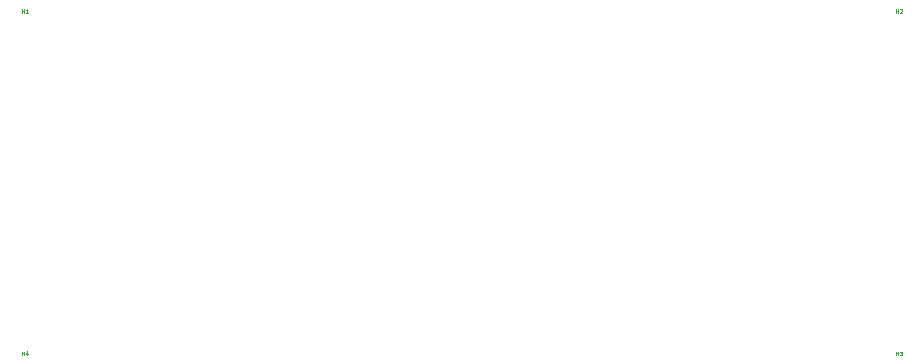
<source format=gbr>
G04 #@! TF.GenerationSoftware,KiCad,Pcbnew,6.0.9-8da3e8f707~117~ubuntu20.04.1*
G04 #@! TF.CreationDate,2022-12-15T16:27:20+01:00*
G04 #@! TF.ProjectId,picsyle-R_pressure_915,70696373-796c-4652-9d52-5f7072657373,rev?*
G04 #@! TF.SameCoordinates,Original*
G04 #@! TF.FileFunction,Other,ECO1*
%FSLAX46Y46*%
G04 Gerber Fmt 4.6, Leading zero omitted, Abs format (unit mm)*
G04 Created by KiCad (PCBNEW 6.0.9-8da3e8f707~117~ubuntu20.04.1) date 2022-12-15 16:27:20*
%MOMM*%
%LPD*%
G01*
G04 APERTURE LIST*
%ADD10C,0.030000*%
G04 APERTURE END LIST*
D10*
X101771428Y-64885714D02*
X101771428Y-64585714D01*
X101771428Y-64728571D02*
X101942857Y-64728571D01*
X101942857Y-64885714D02*
X101942857Y-64585714D01*
X102057142Y-64585714D02*
X102242857Y-64585714D01*
X102142857Y-64700000D01*
X102185714Y-64700000D01*
X102214285Y-64714285D01*
X102228571Y-64728571D01*
X102242857Y-64757142D01*
X102242857Y-64828571D01*
X102228571Y-64857142D01*
X102214285Y-64871428D01*
X102185714Y-64885714D01*
X102100000Y-64885714D01*
X102071428Y-64871428D01*
X102057142Y-64857142D01*
X27771428Y-35885714D02*
X27771428Y-35585714D01*
X27771428Y-35728571D02*
X27942857Y-35728571D01*
X27942857Y-35885714D02*
X27942857Y-35585714D01*
X28242857Y-35885714D02*
X28071428Y-35885714D01*
X28157142Y-35885714D02*
X28157142Y-35585714D01*
X28128571Y-35628571D01*
X28100000Y-35657142D01*
X28071428Y-35671428D01*
X101771428Y-35885714D02*
X101771428Y-35585714D01*
X101771428Y-35728571D02*
X101942857Y-35728571D01*
X101942857Y-35885714D02*
X101942857Y-35585714D01*
X102071428Y-35614285D02*
X102085714Y-35600000D01*
X102114285Y-35585714D01*
X102185714Y-35585714D01*
X102214285Y-35600000D01*
X102228571Y-35614285D01*
X102242857Y-35642857D01*
X102242857Y-35671428D01*
X102228571Y-35714285D01*
X102057142Y-35885714D01*
X102242857Y-35885714D01*
X27771428Y-64885714D02*
X27771428Y-64585714D01*
X27771428Y-64728571D02*
X27942857Y-64728571D01*
X27942857Y-64885714D02*
X27942857Y-64585714D01*
X28214285Y-64685714D02*
X28214285Y-64885714D01*
X28142857Y-64571428D02*
X28071428Y-64785714D01*
X28257142Y-64785714D01*
M02*

</source>
